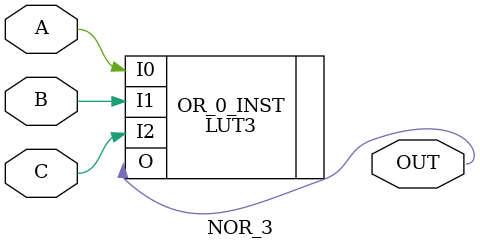
<source format=sv>
module NOR_3(A, B, C, OUT);

input logic A, B, C;
output logic OUT;

LUT3 #(.INIT(8'h1)) OR_0_INST( .I0(A), .I1(B), .I2(C), .O(OUT));

endmodule
</source>
